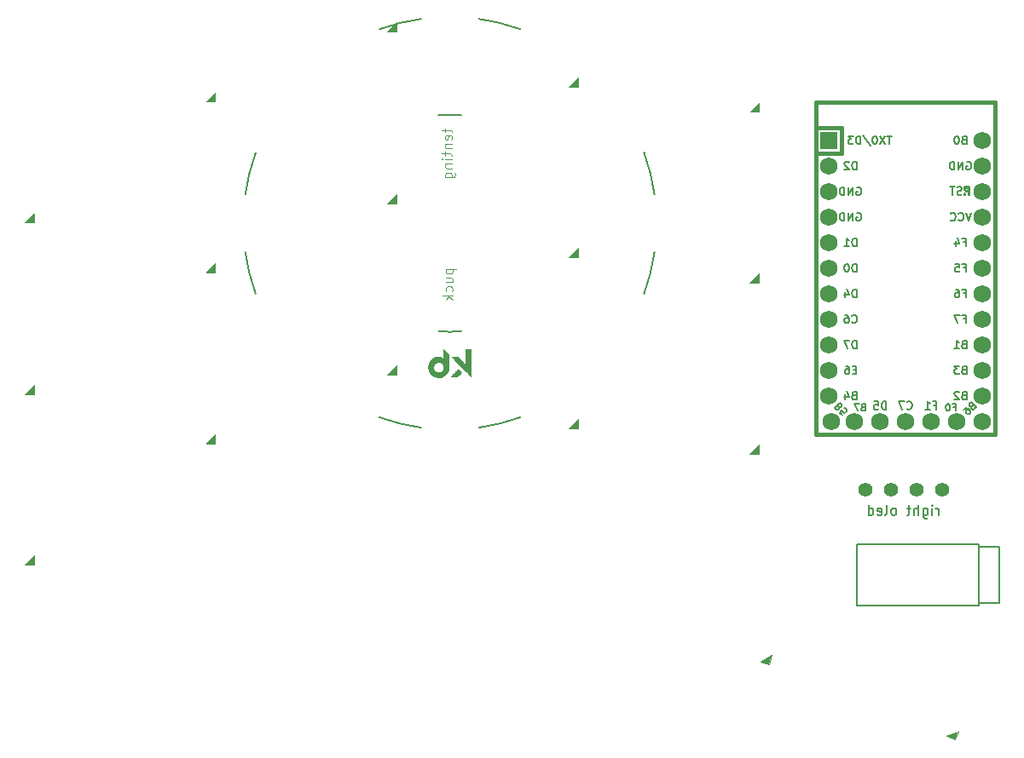
<source format=gbr>
%TF.GenerationSoftware,KiCad,Pcbnew,(6.0.0)*%
%TF.CreationDate,2022-05-06T00:59:20-07:00*%
%TF.ProjectId,half-swept,68616c66-2d73-4776-9570-742e6b696361,rev?*%
%TF.SameCoordinates,Original*%
%TF.FileFunction,Legend,Bot*%
%TF.FilePolarity,Positive*%
%FSLAX46Y46*%
G04 Gerber Fmt 4.6, Leading zero omitted, Abs format (unit mm)*
G04 Created by KiCad (PCBNEW (6.0.0)) date 2022-05-06 00:59:20*
%MOMM*%
%LPD*%
G01*
G04 APERTURE LIST*
%ADD10C,0.100000*%
%ADD11C,0.150000*%
%ADD12C,0.010000*%
%ADD13C,0.200000*%
%ADD14C,0.381000*%
%ADD15C,1.752600*%
%ADD16R,1.752600X1.752600*%
%ADD17C,1.397000*%
G04 APERTURE END LIST*
D10*
%TO.C,REF\u002A\u002A*%
X67351370Y-28557888D02*
X67351370Y-28938840D01*
X67018036Y-28700745D02*
X67875179Y-28700745D01*
X67970417Y-28748364D01*
X68018036Y-28843602D01*
X68018036Y-28938840D01*
X67970417Y-29653126D02*
X68018036Y-29557888D01*
X68018036Y-29367411D01*
X67970417Y-29272173D01*
X67875179Y-29224554D01*
X67494227Y-29224554D01*
X67398989Y-29272173D01*
X67351370Y-29367411D01*
X67351370Y-29557888D01*
X67398989Y-29653126D01*
X67494227Y-29700745D01*
X67589465Y-29700745D01*
X67684703Y-29224554D01*
X67351370Y-30129316D02*
X68018036Y-30129316D01*
X67446608Y-30129316D02*
X67398989Y-30176935D01*
X67351370Y-30272173D01*
X67351370Y-30415030D01*
X67398989Y-30510268D01*
X67494227Y-30557888D01*
X68018036Y-30557888D01*
X67351370Y-30891221D02*
X67351370Y-31272173D01*
X67018036Y-31034078D02*
X67875179Y-31034078D01*
X67970417Y-31081697D01*
X68018036Y-31176935D01*
X68018036Y-31272173D01*
X68018036Y-31605507D02*
X67351370Y-31605507D01*
X67018036Y-31605507D02*
X67065656Y-31557888D01*
X67113275Y-31605507D01*
X67065656Y-31653126D01*
X67018036Y-31605507D01*
X67113275Y-31605507D01*
X67351370Y-32081697D02*
X68018036Y-32081697D01*
X67446608Y-32081697D02*
X67398989Y-32129316D01*
X67351370Y-32224554D01*
X67351370Y-32367411D01*
X67398989Y-32462649D01*
X67494227Y-32510268D01*
X68018036Y-32510268D01*
X67351370Y-33415030D02*
X68160894Y-33415030D01*
X68256132Y-33367411D01*
X68303751Y-33319792D01*
X68351370Y-33224554D01*
X68351370Y-33081697D01*
X68303751Y-32986459D01*
X67970417Y-33415030D02*
X68018036Y-33319792D01*
X68018036Y-33129316D01*
X67970417Y-33034078D01*
X67922798Y-32986459D01*
X67827560Y-32938840D01*
X67541846Y-32938840D01*
X67446608Y-32986459D01*
X67398989Y-33034078D01*
X67351370Y-33129316D01*
X67351370Y-33319792D01*
X67398989Y-33415030D01*
X67414870Y-42511888D02*
X68414870Y-42511888D01*
X67462489Y-42511888D02*
X67414870Y-42607126D01*
X67414870Y-42797602D01*
X67462489Y-42892840D01*
X67510108Y-42940459D01*
X67605346Y-42988078D01*
X67891060Y-42988078D01*
X67986298Y-42940459D01*
X68033917Y-42892840D01*
X68081536Y-42797602D01*
X68081536Y-42607126D01*
X68033917Y-42511888D01*
X67414870Y-43845221D02*
X68081536Y-43845221D01*
X67414870Y-43416649D02*
X67938679Y-43416649D01*
X68033917Y-43464268D01*
X68081536Y-43559507D01*
X68081536Y-43702364D01*
X68033917Y-43797602D01*
X67986298Y-43845221D01*
X68033917Y-44749983D02*
X68081536Y-44654745D01*
X68081536Y-44464268D01*
X68033917Y-44369030D01*
X67986298Y-44321411D01*
X67891060Y-44273792D01*
X67605346Y-44273792D01*
X67510108Y-44321411D01*
X67462489Y-44369030D01*
X67414870Y-44464268D01*
X67414870Y-44654745D01*
X67462489Y-44749983D01*
X68081536Y-45178554D02*
X67081536Y-45178554D01*
X67700584Y-45273792D02*
X68081536Y-45559507D01*
X67414870Y-45559507D02*
X67795822Y-45178554D01*
D11*
%TO.C,U2*%
X118797321Y-42388995D02*
X119063988Y-42388995D01*
X119063988Y-42808042D02*
X119063988Y-42008042D01*
X118683035Y-42008042D01*
X117997321Y-42008042D02*
X118378274Y-42008042D01*
X118416369Y-42388995D01*
X118378274Y-42350899D01*
X118302083Y-42312804D01*
X118111607Y-42312804D01*
X118035416Y-42350899D01*
X117997321Y-42388995D01*
X117959226Y-42465185D01*
X117959226Y-42655661D01*
X117997321Y-42731852D01*
X118035416Y-42769947D01*
X118111607Y-42808042D01*
X118302083Y-42808042D01*
X118378274Y-42769947D01*
X118416369Y-42731852D01*
X118642988Y-35129947D02*
X118528702Y-35168042D01*
X118338226Y-35168042D01*
X118262035Y-35129947D01*
X118223940Y-35091852D01*
X118185845Y-35015661D01*
X118185845Y-34939471D01*
X118223940Y-34863280D01*
X118262035Y-34825185D01*
X118338226Y-34787090D01*
X118490607Y-34748995D01*
X118566797Y-34710899D01*
X118604893Y-34672804D01*
X118642988Y-34596614D01*
X118642988Y-34520423D01*
X118604893Y-34444233D01*
X118566797Y-34406138D01*
X118490607Y-34368042D01*
X118300131Y-34368042D01*
X118185845Y-34406138D01*
X117957274Y-34368042D02*
X117500131Y-34368042D01*
X117728702Y-35168042D02*
X117728702Y-34368042D01*
X117802988Y-56266138D02*
X118036321Y-56266138D01*
X118036321Y-56632804D02*
X118036321Y-55932804D01*
X117702988Y-55932804D01*
X117302988Y-55932804D02*
X117236321Y-55932804D01*
X117169655Y-55966138D01*
X117136321Y-55999471D01*
X117102988Y-56066138D01*
X117069655Y-56199471D01*
X117069655Y-56366138D01*
X117102988Y-56499471D01*
X117136321Y-56566138D01*
X117169655Y-56599471D01*
X117236321Y-56632804D01*
X117302988Y-56632804D01*
X117369655Y-56599471D01*
X117402988Y-56566138D01*
X117436321Y-56499471D01*
X117469655Y-56366138D01*
X117469655Y-56199471D01*
X117436321Y-56066138D01*
X117402988Y-55999471D01*
X117369655Y-55966138D01*
X117302988Y-55932804D01*
X118797321Y-47468995D02*
X119063988Y-47468995D01*
X119063988Y-47888042D02*
X119063988Y-47088042D01*
X118683035Y-47088042D01*
X118454464Y-47088042D02*
X117921131Y-47088042D01*
X118263988Y-47888042D01*
X108852988Y-56266138D02*
X108752988Y-56299471D01*
X108719655Y-56332804D01*
X108686321Y-56399471D01*
X108686321Y-56499471D01*
X108719655Y-56566138D01*
X108752988Y-56599471D01*
X108819655Y-56632804D01*
X109086321Y-56632804D01*
X109086321Y-55932804D01*
X108852988Y-55932804D01*
X108786321Y-55966138D01*
X108752988Y-55999471D01*
X108719655Y-56066138D01*
X108719655Y-56132804D01*
X108752988Y-56199471D01*
X108786321Y-56232804D01*
X108852988Y-56266138D01*
X109086321Y-56266138D01*
X108452988Y-55932804D02*
X107986321Y-55932804D01*
X108286321Y-56632804D01*
X119597321Y-36928042D02*
X119330655Y-37728042D01*
X119063988Y-36928042D01*
X118340178Y-37651852D02*
X118378274Y-37689947D01*
X118492559Y-37728042D01*
X118568750Y-37728042D01*
X118683035Y-37689947D01*
X118759226Y-37613757D01*
X118797321Y-37537566D01*
X118835416Y-37385185D01*
X118835416Y-37270899D01*
X118797321Y-37118518D01*
X118759226Y-37042328D01*
X118683035Y-36966138D01*
X118568750Y-36928042D01*
X118492559Y-36928042D01*
X118378274Y-36966138D01*
X118340178Y-37004233D01*
X117540178Y-37651852D02*
X117578274Y-37689947D01*
X117692559Y-37728042D01*
X117768750Y-37728042D01*
X117883035Y-37689947D01*
X117959226Y-37613757D01*
X117997321Y-37537566D01*
X118035416Y-37385185D01*
X118035416Y-37270899D01*
X117997321Y-37118518D01*
X117959226Y-37042328D01*
X117883035Y-36966138D01*
X117768750Y-36928042D01*
X117692559Y-36928042D01*
X117578274Y-36966138D01*
X117540178Y-37004233D01*
X118797321Y-44928995D02*
X119063988Y-44928995D01*
X119063988Y-45348042D02*
X119063988Y-44548042D01*
X118683035Y-44548042D01*
X118035416Y-44548042D02*
X118187797Y-44548042D01*
X118263988Y-44586138D01*
X118302083Y-44624233D01*
X118378274Y-44738518D01*
X118416369Y-44890899D01*
X118416369Y-45195661D01*
X118378274Y-45271852D01*
X118340178Y-45309947D01*
X118263988Y-45348042D01*
X118111607Y-45348042D01*
X118035416Y-45309947D01*
X117997321Y-45271852D01*
X117959226Y-45195661D01*
X117959226Y-45005185D01*
X117997321Y-44928995D01*
X118035416Y-44890899D01*
X118111607Y-44852804D01*
X118263988Y-44852804D01*
X118340178Y-44890899D01*
X118378274Y-44928995D01*
X118416369Y-45005185D01*
X111120131Y-56478042D02*
X111120131Y-55678042D01*
X110929655Y-55678042D01*
X110815369Y-55716138D01*
X110739178Y-55792328D01*
X110701083Y-55868518D01*
X110662988Y-56020899D01*
X110662988Y-56135185D01*
X110701083Y-56287566D01*
X110739178Y-56363757D01*
X110815369Y-56439947D01*
X110929655Y-56478042D01*
X111120131Y-56478042D01*
X109939178Y-55678042D02*
X110320131Y-55678042D01*
X110358226Y-56058995D01*
X110320131Y-56020899D01*
X110243940Y-55982804D01*
X110053464Y-55982804D01*
X109977274Y-56020899D01*
X109939178Y-56058995D01*
X109901083Y-56135185D01*
X109901083Y-56325661D01*
X109939178Y-56401852D01*
X109977274Y-56439947D01*
X110053464Y-56478042D01*
X110243940Y-56478042D01*
X110320131Y-56439947D01*
X110358226Y-56401852D01*
X108218178Y-34426138D02*
X108294369Y-34388042D01*
X108408655Y-34388042D01*
X108522940Y-34426138D01*
X108599131Y-34502328D01*
X108637226Y-34578518D01*
X108675321Y-34730899D01*
X108675321Y-34845185D01*
X108637226Y-34997566D01*
X108599131Y-35073757D01*
X108522940Y-35149947D01*
X108408655Y-35188042D01*
X108332464Y-35188042D01*
X108218178Y-35149947D01*
X108180083Y-35111852D01*
X108180083Y-34845185D01*
X108332464Y-34845185D01*
X107837226Y-35188042D02*
X107837226Y-34388042D01*
X107380083Y-35188042D01*
X107380083Y-34388042D01*
X106999131Y-35188042D02*
X106999131Y-34388042D01*
X106808655Y-34388042D01*
X106694369Y-34426138D01*
X106618178Y-34502328D01*
X106580083Y-34578518D01*
X106541988Y-34730899D01*
X106541988Y-34845185D01*
X106580083Y-34997566D01*
X106618178Y-35073757D01*
X106694369Y-35149947D01*
X106808655Y-35188042D01*
X106999131Y-35188042D01*
X108199131Y-40268042D02*
X108199131Y-39468042D01*
X108008655Y-39468042D01*
X107894369Y-39506138D01*
X107818178Y-39582328D01*
X107780083Y-39658518D01*
X107741988Y-39810899D01*
X107741988Y-39925185D01*
X107780083Y-40077566D01*
X107818178Y-40153757D01*
X107894369Y-40229947D01*
X108008655Y-40268042D01*
X108199131Y-40268042D01*
X106980083Y-40268042D02*
X107437226Y-40268042D01*
X107208655Y-40268042D02*
X107208655Y-39468042D01*
X107284845Y-39582328D01*
X107361035Y-39658518D01*
X107437226Y-39696614D01*
X118797321Y-39848995D02*
X119063988Y-39848995D01*
X119063988Y-40268042D02*
X119063988Y-39468042D01*
X118683035Y-39468042D01*
X118035416Y-39734709D02*
X118035416Y-40268042D01*
X118225893Y-39429947D02*
X118416369Y-40001376D01*
X117921131Y-40001376D01*
X108199131Y-50428042D02*
X108199131Y-49628042D01*
X108008655Y-49628042D01*
X107894369Y-49666138D01*
X107818178Y-49742328D01*
X107780083Y-49818518D01*
X107741988Y-49970899D01*
X107741988Y-50085185D01*
X107780083Y-50237566D01*
X107818178Y-50313757D01*
X107894369Y-50389947D01*
X108008655Y-50428042D01*
X108199131Y-50428042D01*
X107475321Y-49628042D02*
X106941988Y-49628042D01*
X107284845Y-50428042D01*
X113202988Y-56401852D02*
X113241083Y-56439947D01*
X113355369Y-56478042D01*
X113431559Y-56478042D01*
X113545845Y-56439947D01*
X113622035Y-56363757D01*
X113660131Y-56287566D01*
X113698226Y-56135185D01*
X113698226Y-56020899D01*
X113660131Y-55868518D01*
X113622035Y-55792328D01*
X113545845Y-55716138D01*
X113431559Y-55678042D01*
X113355369Y-55678042D01*
X113241083Y-55716138D01*
X113202988Y-55754233D01*
X112936321Y-55678042D02*
X112402988Y-55678042D01*
X112745845Y-56478042D01*
X119634646Y-56180435D02*
X119587506Y-56274716D01*
X119587506Y-56321857D01*
X119611076Y-56392567D01*
X119681787Y-56463278D01*
X119752497Y-56486848D01*
X119799638Y-56486848D01*
X119870348Y-56463278D01*
X120058910Y-56274716D01*
X119563935Y-55779741D01*
X119398944Y-55944733D01*
X119375374Y-56015444D01*
X119375374Y-56062584D01*
X119398944Y-56133295D01*
X119446084Y-56180435D01*
X119516795Y-56204005D01*
X119563935Y-56204005D01*
X119634646Y-56180435D01*
X119799638Y-56015444D01*
X118856829Y-56486848D02*
X118951110Y-56392567D01*
X119021820Y-56368997D01*
X119068961Y-56368997D01*
X119186812Y-56392567D01*
X119304663Y-56463278D01*
X119493225Y-56651840D01*
X119516795Y-56722550D01*
X119516795Y-56769691D01*
X119493225Y-56840402D01*
X119398944Y-56934682D01*
X119328233Y-56958253D01*
X119281093Y-56958253D01*
X119210382Y-56934682D01*
X119092531Y-56816831D01*
X119068961Y-56746121D01*
X119068961Y-56698980D01*
X119092531Y-56628270D01*
X119186812Y-56533989D01*
X119257522Y-56510418D01*
X119304663Y-56510418D01*
X119375374Y-56533989D01*
X106433952Y-56251146D02*
X106528233Y-56298286D01*
X106575374Y-56298286D01*
X106646084Y-56274716D01*
X106716795Y-56204005D01*
X106740365Y-56133295D01*
X106740365Y-56086154D01*
X106716795Y-56015444D01*
X106528233Y-55826882D01*
X106033258Y-56321857D01*
X106198250Y-56486848D01*
X106268961Y-56510418D01*
X106316101Y-56510418D01*
X106386812Y-56486848D01*
X106433952Y-56439708D01*
X106457522Y-56368997D01*
X106457522Y-56321857D01*
X106433952Y-56251146D01*
X106268961Y-56086154D01*
X106763935Y-57052534D02*
X106528233Y-56816831D01*
X106740365Y-56557559D01*
X106740365Y-56604699D01*
X106763935Y-56675410D01*
X106881787Y-56793261D01*
X106952497Y-56816831D01*
X106999638Y-56816831D01*
X107070348Y-56793261D01*
X107188199Y-56675410D01*
X107211770Y-56604699D01*
X107211770Y-56557559D01*
X107188199Y-56486848D01*
X107070348Y-56368997D01*
X106999638Y-56345427D01*
X106952497Y-56345427D01*
X118854464Y-55088995D02*
X118740178Y-55127090D01*
X118702083Y-55165185D01*
X118663988Y-55241376D01*
X118663988Y-55355661D01*
X118702083Y-55431852D01*
X118740178Y-55469947D01*
X118816369Y-55508042D01*
X119121131Y-55508042D01*
X119121131Y-54708042D01*
X118854464Y-54708042D01*
X118778274Y-54746138D01*
X118740178Y-54784233D01*
X118702083Y-54860423D01*
X118702083Y-54936614D01*
X118740178Y-55012804D01*
X118778274Y-55050899D01*
X118854464Y-55088995D01*
X119121131Y-55088995D01*
X118359226Y-54784233D02*
X118321131Y-54746138D01*
X118244940Y-54708042D01*
X118054464Y-54708042D01*
X117978274Y-54746138D01*
X117940178Y-54784233D01*
X117902083Y-54860423D01*
X117902083Y-54936614D01*
X117940178Y-55050899D01*
X118397321Y-55508042D01*
X117902083Y-55508042D01*
X108199131Y-42808042D02*
X108199131Y-42008042D01*
X108008655Y-42008042D01*
X107894369Y-42046138D01*
X107818178Y-42122328D01*
X107780083Y-42198518D01*
X107741988Y-42350899D01*
X107741988Y-42465185D01*
X107780083Y-42617566D01*
X107818178Y-42693757D01*
X107894369Y-42769947D01*
X108008655Y-42808042D01*
X108199131Y-42808042D01*
X107246750Y-42008042D02*
X107170559Y-42008042D01*
X107094369Y-42046138D01*
X107056274Y-42084233D01*
X107018178Y-42160423D01*
X106980083Y-42312804D01*
X106980083Y-42503280D01*
X107018178Y-42655661D01*
X107056274Y-42731852D01*
X107094369Y-42769947D01*
X107170559Y-42808042D01*
X107246750Y-42808042D01*
X107322940Y-42769947D01*
X107361035Y-42731852D01*
X107399131Y-42655661D01*
X107437226Y-42503280D01*
X107437226Y-42312804D01*
X107399131Y-42160423D01*
X107361035Y-42084233D01*
X107322940Y-42046138D01*
X107246750Y-42008042D01*
X108199131Y-32648042D02*
X108199131Y-31848042D01*
X108008655Y-31848042D01*
X107894369Y-31886138D01*
X107818178Y-31962328D01*
X107780083Y-32038518D01*
X107741988Y-32190899D01*
X107741988Y-32305185D01*
X107780083Y-32457566D01*
X107818178Y-32533757D01*
X107894369Y-32609947D01*
X108008655Y-32648042D01*
X108199131Y-32648042D01*
X107437226Y-31924233D02*
X107399131Y-31886138D01*
X107322940Y-31848042D01*
X107132464Y-31848042D01*
X107056274Y-31886138D01*
X107018178Y-31924233D01*
X106980083Y-32000423D01*
X106980083Y-32076614D01*
X107018178Y-32190899D01*
X107475321Y-32648042D01*
X106980083Y-32648042D01*
X107741988Y-47811852D02*
X107780083Y-47849947D01*
X107894369Y-47888042D01*
X107970559Y-47888042D01*
X108084845Y-47849947D01*
X108161035Y-47773757D01*
X108199131Y-47697566D01*
X108237226Y-47545185D01*
X108237226Y-47430899D01*
X108199131Y-47278518D01*
X108161035Y-47202328D01*
X108084845Y-47126138D01*
X107970559Y-47088042D01*
X107894369Y-47088042D01*
X107780083Y-47126138D01*
X107741988Y-47164233D01*
X107056274Y-47088042D02*
X107208655Y-47088042D01*
X107284845Y-47126138D01*
X107322940Y-47164233D01*
X107399131Y-47278518D01*
X107437226Y-47430899D01*
X107437226Y-47735661D01*
X107399131Y-47811852D01*
X107361035Y-47849947D01*
X107284845Y-47888042D01*
X107132464Y-47888042D01*
X107056274Y-47849947D01*
X107018178Y-47811852D01*
X106980083Y-47735661D01*
X106980083Y-47545185D01*
X107018178Y-47468995D01*
X107056274Y-47430899D01*
X107132464Y-47392804D01*
X107284845Y-47392804D01*
X107361035Y-47430899D01*
X107399131Y-47468995D01*
X107437226Y-47545185D01*
X118854464Y-52548995D02*
X118740178Y-52587090D01*
X118702083Y-52625185D01*
X118663988Y-52701376D01*
X118663988Y-52815661D01*
X118702083Y-52891852D01*
X118740178Y-52929947D01*
X118816369Y-52968042D01*
X119121131Y-52968042D01*
X119121131Y-52168042D01*
X118854464Y-52168042D01*
X118778274Y-52206138D01*
X118740178Y-52244233D01*
X118702083Y-52320423D01*
X118702083Y-52396614D01*
X118740178Y-52472804D01*
X118778274Y-52510899D01*
X118854464Y-52548995D01*
X119121131Y-52548995D01*
X118397321Y-52168042D02*
X117902083Y-52168042D01*
X118168750Y-52472804D01*
X118054464Y-52472804D01*
X117978274Y-52510899D01*
X117940178Y-52548995D01*
X117902083Y-52625185D01*
X117902083Y-52815661D01*
X117940178Y-52891852D01*
X117978274Y-52929947D01*
X118054464Y-52968042D01*
X118283035Y-52968042D01*
X118359226Y-52929947D01*
X118397321Y-52891852D01*
X111688259Y-29308042D02*
X111231116Y-29308042D01*
X111459687Y-30108042D02*
X111459687Y-29308042D01*
X111040640Y-29308042D02*
X110507306Y-30108042D01*
X110507306Y-29308042D02*
X111040640Y-30108042D01*
X110050163Y-29308042D02*
X109973973Y-29308042D01*
X109897783Y-29346138D01*
X109859687Y-29384233D01*
X109821592Y-29460423D01*
X109783497Y-29612804D01*
X109783497Y-29803280D01*
X109821592Y-29955661D01*
X109859687Y-30031852D01*
X109897783Y-30069947D01*
X109973973Y-30108042D01*
X110050163Y-30108042D01*
X110126354Y-30069947D01*
X110164449Y-30031852D01*
X110202544Y-29955661D01*
X110240640Y-29803280D01*
X110240640Y-29612804D01*
X110202544Y-29460423D01*
X110164449Y-29384233D01*
X110126354Y-29346138D01*
X110050163Y-29308042D01*
X108869211Y-29269947D02*
X109554925Y-30298518D01*
X108602544Y-30108042D02*
X108602544Y-29308042D01*
X108412068Y-29308042D01*
X108297783Y-29346138D01*
X108221592Y-29422328D01*
X108183497Y-29498518D01*
X108145402Y-29650899D01*
X108145402Y-29765185D01*
X108183497Y-29917566D01*
X108221592Y-29993757D01*
X108297783Y-30069947D01*
X108412068Y-30108042D01*
X108602544Y-30108042D01*
X107878735Y-29308042D02*
X107383497Y-29308042D01*
X107650163Y-29612804D01*
X107535878Y-29612804D01*
X107459687Y-29650899D01*
X107421592Y-29688995D01*
X107383497Y-29765185D01*
X107383497Y-29955661D01*
X107421592Y-30031852D01*
X107459687Y-30069947D01*
X107535878Y-30108042D01*
X107764449Y-30108042D01*
X107840640Y-30069947D01*
X107878735Y-30031852D01*
X108161035Y-52548995D02*
X107894369Y-52548995D01*
X107780083Y-52968042D02*
X108161035Y-52968042D01*
X108161035Y-52168042D01*
X107780083Y-52168042D01*
X107094369Y-52168042D02*
X107246750Y-52168042D01*
X107322940Y-52206138D01*
X107361035Y-52244233D01*
X107437226Y-52358518D01*
X107475321Y-52510899D01*
X107475321Y-52815661D01*
X107437226Y-52891852D01*
X107399131Y-52929947D01*
X107322940Y-52968042D01*
X107170559Y-52968042D01*
X107094369Y-52929947D01*
X107056274Y-52891852D01*
X107018178Y-52815661D01*
X107018178Y-52625185D01*
X107056274Y-52548995D01*
X107094369Y-52510899D01*
X107170559Y-52472804D01*
X107322940Y-52472804D01*
X107399131Y-52510899D01*
X107437226Y-52548995D01*
X107475321Y-52625185D01*
X118854464Y-29688995D02*
X118740178Y-29727090D01*
X118702083Y-29765185D01*
X118663988Y-29841376D01*
X118663988Y-29955661D01*
X118702083Y-30031852D01*
X118740178Y-30069947D01*
X118816369Y-30108042D01*
X119121131Y-30108042D01*
X119121131Y-29308042D01*
X118854464Y-29308042D01*
X118778274Y-29346138D01*
X118740178Y-29384233D01*
X118702083Y-29460423D01*
X118702083Y-29536614D01*
X118740178Y-29612804D01*
X118778274Y-29650899D01*
X118854464Y-29688995D01*
X119121131Y-29688995D01*
X118168750Y-29308042D02*
X118092559Y-29308042D01*
X118016369Y-29346138D01*
X117978274Y-29384233D01*
X117940178Y-29460423D01*
X117902083Y-29612804D01*
X117902083Y-29803280D01*
X117940178Y-29955661D01*
X117978274Y-30031852D01*
X118016369Y-30069947D01*
X118092559Y-30108042D01*
X118168750Y-30108042D01*
X118244940Y-30069947D01*
X118283035Y-30031852D01*
X118321131Y-29955661D01*
X118359226Y-29803280D01*
X118359226Y-29612804D01*
X118321131Y-29460423D01*
X118283035Y-29384233D01*
X118244940Y-29346138D01*
X118168750Y-29308042D01*
X119140178Y-31886138D02*
X119216369Y-31848042D01*
X119330655Y-31848042D01*
X119444940Y-31886138D01*
X119521131Y-31962328D01*
X119559226Y-32038518D01*
X119597321Y-32190899D01*
X119597321Y-32305185D01*
X119559226Y-32457566D01*
X119521131Y-32533757D01*
X119444940Y-32609947D01*
X119330655Y-32648042D01*
X119254464Y-32648042D01*
X119140178Y-32609947D01*
X119102083Y-32571852D01*
X119102083Y-32305185D01*
X119254464Y-32305185D01*
X118759226Y-32648042D02*
X118759226Y-31848042D01*
X118302083Y-32648042D01*
X118302083Y-31848042D01*
X117921131Y-32648042D02*
X117921131Y-31848042D01*
X117730655Y-31848042D01*
X117616369Y-31886138D01*
X117540178Y-31962328D01*
X117502083Y-32038518D01*
X117463988Y-32190899D01*
X117463988Y-32305185D01*
X117502083Y-32457566D01*
X117540178Y-32533757D01*
X117616369Y-32609947D01*
X117730655Y-32648042D01*
X117921131Y-32648042D01*
X118854464Y-50008995D02*
X118740178Y-50047090D01*
X118702083Y-50085185D01*
X118663988Y-50161376D01*
X118663988Y-50275661D01*
X118702083Y-50351852D01*
X118740178Y-50389947D01*
X118816369Y-50428042D01*
X119121131Y-50428042D01*
X119121131Y-49628042D01*
X118854464Y-49628042D01*
X118778274Y-49666138D01*
X118740178Y-49704233D01*
X118702083Y-49780423D01*
X118702083Y-49856614D01*
X118740178Y-49932804D01*
X118778274Y-49970899D01*
X118854464Y-50008995D01*
X119121131Y-50008995D01*
X117902083Y-50428042D02*
X118359226Y-50428042D01*
X118130655Y-50428042D02*
X118130655Y-49628042D01*
X118206845Y-49742328D01*
X118283035Y-49818518D01*
X118359226Y-49856614D01*
X115876321Y-56058995D02*
X116142988Y-56058995D01*
X116142988Y-56478042D02*
X116142988Y-55678042D01*
X115762035Y-55678042D01*
X115038226Y-56478042D02*
X115495369Y-56478042D01*
X115266797Y-56478042D02*
X115266797Y-55678042D01*
X115342988Y-55792328D01*
X115419178Y-55868518D01*
X115495369Y-55906614D01*
X107932464Y-55088995D02*
X107818178Y-55127090D01*
X107780083Y-55165185D01*
X107741988Y-55241376D01*
X107741988Y-55355661D01*
X107780083Y-55431852D01*
X107818178Y-55469947D01*
X107894369Y-55508042D01*
X108199131Y-55508042D01*
X108199131Y-54708042D01*
X107932464Y-54708042D01*
X107856274Y-54746138D01*
X107818178Y-54784233D01*
X107780083Y-54860423D01*
X107780083Y-54936614D01*
X107818178Y-55012804D01*
X107856274Y-55050899D01*
X107932464Y-55088995D01*
X108199131Y-55088995D01*
X107056274Y-54974709D02*
X107056274Y-55508042D01*
X107246750Y-54669947D02*
X107437226Y-55241376D01*
X106941988Y-55241376D01*
X108218178Y-36966138D02*
X108294369Y-36928042D01*
X108408655Y-36928042D01*
X108522940Y-36966138D01*
X108599131Y-37042328D01*
X108637226Y-37118518D01*
X108675321Y-37270899D01*
X108675321Y-37385185D01*
X108637226Y-37537566D01*
X108599131Y-37613757D01*
X108522940Y-37689947D01*
X108408655Y-37728042D01*
X108332464Y-37728042D01*
X108218178Y-37689947D01*
X108180083Y-37651852D01*
X108180083Y-37385185D01*
X108332464Y-37385185D01*
X107837226Y-37728042D02*
X107837226Y-36928042D01*
X107380083Y-37728042D01*
X107380083Y-36928042D01*
X106999131Y-37728042D02*
X106999131Y-36928042D01*
X106808655Y-36928042D01*
X106694369Y-36966138D01*
X106618178Y-37042328D01*
X106580083Y-37118518D01*
X106541988Y-37270899D01*
X106541988Y-37385185D01*
X106580083Y-37537566D01*
X106618178Y-37613757D01*
X106694369Y-37689947D01*
X106808655Y-37728042D01*
X106999131Y-37728042D01*
X108199131Y-45348042D02*
X108199131Y-44548042D01*
X108008655Y-44548042D01*
X107894369Y-44586138D01*
X107818178Y-44662328D01*
X107780083Y-44738518D01*
X107741988Y-44890899D01*
X107741988Y-45005185D01*
X107780083Y-45157566D01*
X107818178Y-45233757D01*
X107894369Y-45309947D01*
X108008655Y-45348042D01*
X108199131Y-45348042D01*
X107056274Y-44814709D02*
X107056274Y-45348042D01*
X107246750Y-44509947D02*
X107437226Y-45081376D01*
X106941988Y-45081376D01*
%TO.C,OL2*%
X116345847Y-66981766D02*
X116345847Y-66315100D01*
X116345847Y-66505576D02*
X116298228Y-66410338D01*
X116250609Y-66362719D01*
X116155371Y-66315100D01*
X116060133Y-66315100D01*
X115726799Y-66981766D02*
X115726799Y-66315100D01*
X115726799Y-65981766D02*
X115774418Y-66029386D01*
X115726799Y-66077005D01*
X115679180Y-66029386D01*
X115726799Y-65981766D01*
X115726799Y-66077005D01*
X114822037Y-66315100D02*
X114822037Y-67124624D01*
X114869657Y-67219862D01*
X114917276Y-67267481D01*
X115012514Y-67315100D01*
X115155371Y-67315100D01*
X115250609Y-67267481D01*
X114822037Y-66934147D02*
X114917276Y-66981766D01*
X115107752Y-66981766D01*
X115202990Y-66934147D01*
X115250609Y-66886528D01*
X115298228Y-66791290D01*
X115298228Y-66505576D01*
X115250609Y-66410338D01*
X115202990Y-66362719D01*
X115107752Y-66315100D01*
X114917276Y-66315100D01*
X114822037Y-66362719D01*
X114345847Y-66981766D02*
X114345847Y-65981766D01*
X113917276Y-66981766D02*
X113917276Y-66457957D01*
X113964895Y-66362719D01*
X114060133Y-66315100D01*
X114202990Y-66315100D01*
X114298228Y-66362719D01*
X114345847Y-66410338D01*
X113583942Y-66315100D02*
X113202990Y-66315100D01*
X113441085Y-65981766D02*
X113441085Y-66838909D01*
X113393466Y-66934147D01*
X113298228Y-66981766D01*
X113202990Y-66981766D01*
X111964895Y-66981766D02*
X112060133Y-66934147D01*
X112107752Y-66886528D01*
X112155371Y-66791290D01*
X112155371Y-66505576D01*
X112107752Y-66410338D01*
X112060133Y-66362719D01*
X111964895Y-66315100D01*
X111822037Y-66315100D01*
X111726799Y-66362719D01*
X111679180Y-66410338D01*
X111631561Y-66505576D01*
X111631561Y-66791290D01*
X111679180Y-66886528D01*
X111726799Y-66934147D01*
X111822037Y-66981766D01*
X111964895Y-66981766D01*
X111060133Y-66981766D02*
X111155371Y-66934147D01*
X111202990Y-66838909D01*
X111202990Y-65981766D01*
X110298228Y-66934147D02*
X110393466Y-66981766D01*
X110583942Y-66981766D01*
X110679180Y-66934147D01*
X110726799Y-66838909D01*
X110726799Y-66457957D01*
X110679180Y-66362719D01*
X110583942Y-66315100D01*
X110393466Y-66315100D01*
X110298228Y-66362719D01*
X110250609Y-66457957D01*
X110250609Y-66553195D01*
X110726799Y-66648433D01*
X109393466Y-66981766D02*
X109393466Y-65981766D01*
X109393466Y-66934147D02*
X109488704Y-66981766D01*
X109679180Y-66981766D01*
X109774418Y-66934147D01*
X109822037Y-66886528D01*
X109869657Y-66791290D01*
X109869657Y-66505576D01*
X109822037Y-66410338D01*
X109774418Y-66362719D01*
X109679180Y-66315100D01*
X109488704Y-66315100D01*
X109393466Y-66362719D01*
D12*
%TO.C,REF\u002A\u002A*%
X69404154Y-52097432D02*
X68601208Y-51294732D01*
X68601208Y-51294732D02*
X68312840Y-51297826D01*
X68312840Y-51297826D02*
X68024472Y-51300919D01*
X68024472Y-51300919D02*
X68871696Y-52161056D01*
X68871696Y-52161056D02*
X68989621Y-52280779D01*
X68989621Y-52280779D02*
X69104420Y-52397328D01*
X69104420Y-52397328D02*
X69214874Y-52509468D01*
X69214874Y-52509468D02*
X69319766Y-52615961D01*
X69319766Y-52615961D02*
X69417878Y-52715572D01*
X69417878Y-52715572D02*
X69507993Y-52807065D01*
X69507993Y-52807065D02*
X69588892Y-52889202D01*
X69588892Y-52889202D02*
X69659359Y-52960747D01*
X69659359Y-52960747D02*
X69718175Y-53020465D01*
X69718175Y-53020465D02*
X69764122Y-53067119D01*
X69764122Y-53067119D02*
X69795983Y-53099472D01*
X69795983Y-53099472D02*
X69809764Y-53113468D01*
X69809764Y-53113468D02*
X69900608Y-53205744D01*
X69900608Y-53205744D02*
X69900608Y-50463874D01*
X69900608Y-50463874D02*
X69404154Y-50463874D01*
X69404154Y-50463874D02*
X69404154Y-52097432D01*
X69404154Y-52097432D02*
X69404154Y-52097432D01*
G36*
X69900608Y-53205744D02*
G01*
X69809764Y-53113468D01*
X69795983Y-53099472D01*
X69764122Y-53067119D01*
X69718175Y-53020465D01*
X69659359Y-52960747D01*
X69588892Y-52889202D01*
X69507993Y-52807065D01*
X69417878Y-52715572D01*
X69319766Y-52615961D01*
X69214874Y-52509468D01*
X69104420Y-52397328D01*
X68989621Y-52280779D01*
X68871696Y-52161056D01*
X68024472Y-51300919D01*
X68312840Y-51297826D01*
X68601208Y-51294732D01*
X69404154Y-52097432D01*
X69404154Y-50463874D01*
X69900608Y-50463874D01*
X69900608Y-53205744D01*
G37*
X69900608Y-53205744D02*
X69809764Y-53113468D01*
X69795983Y-53099472D01*
X69764122Y-53067119D01*
X69718175Y-53020465D01*
X69659359Y-52960747D01*
X69588892Y-52889202D01*
X69507993Y-52807065D01*
X69417878Y-52715572D01*
X69319766Y-52615961D01*
X69214874Y-52509468D01*
X69104420Y-52397328D01*
X68989621Y-52280779D01*
X68871696Y-52161056D01*
X68024472Y-51300919D01*
X68312840Y-51297826D01*
X68601208Y-51294732D01*
X69404154Y-52097432D01*
X69404154Y-50463874D01*
X69900608Y-50463874D01*
X69900608Y-53205744D01*
X67199120Y-50963215D02*
X67198928Y-51067455D01*
X67198928Y-51067455D02*
X67198439Y-51164200D01*
X67198439Y-51164200D02*
X67197689Y-51251086D01*
X67197689Y-51251086D02*
X67196713Y-51325748D01*
X67196713Y-51325748D02*
X67195544Y-51385823D01*
X67195544Y-51385823D02*
X67194217Y-51428946D01*
X67194217Y-51428946D02*
X67192768Y-51452753D01*
X67192768Y-51452753D02*
X67191860Y-51456783D01*
X67191860Y-51456783D02*
X67179429Y-51450469D01*
X67179429Y-51450469D02*
X67154583Y-51434126D01*
X67154583Y-51434126D02*
X67130449Y-51416924D01*
X67130449Y-51416924D02*
X67015752Y-51346202D01*
X67015752Y-51346202D02*
X66893536Y-51297098D01*
X66893536Y-51297098D02*
X66763153Y-51269422D01*
X66763153Y-51269422D02*
X66623952Y-51262984D01*
X66623952Y-51262984D02*
X66606140Y-51263652D01*
X66606140Y-51263652D02*
X66516505Y-51270204D01*
X66516505Y-51270204D02*
X66440022Y-51282141D01*
X66440022Y-51282141D02*
X66368370Y-51301633D01*
X66368370Y-51301633D02*
X66293232Y-51330850D01*
X66293232Y-51330850D02*
X66223381Y-51363489D01*
X66223381Y-51363489D02*
X66095448Y-51438782D01*
X66095448Y-51438782D02*
X65982528Y-51530762D01*
X65982528Y-51530762D02*
X65885634Y-51637751D01*
X65885634Y-51637751D02*
X65805776Y-51758076D01*
X65805776Y-51758076D02*
X65743966Y-51890061D01*
X65743966Y-51890061D02*
X65701214Y-52032030D01*
X65701214Y-52032030D02*
X65678533Y-52182309D01*
X65678533Y-52182309D02*
X65674972Y-52271979D01*
X65674972Y-52271979D02*
X65685263Y-52424457D01*
X65685263Y-52424457D02*
X65716619Y-52569021D01*
X65716619Y-52569021D02*
X65769764Y-52708257D01*
X65769764Y-52708257D02*
X65827019Y-52815176D01*
X65827019Y-52815176D02*
X65912731Y-52935469D01*
X65912731Y-52935469D02*
X66014344Y-53040318D01*
X66014344Y-53040318D02*
X66129677Y-53128640D01*
X66129677Y-53128640D02*
X66256552Y-53199354D01*
X66256552Y-53199354D02*
X66392788Y-53251377D01*
X66392788Y-53251377D02*
X66536207Y-53283630D01*
X66536207Y-53283630D02*
X66684628Y-53295029D01*
X66684628Y-53295029D02*
X66784874Y-53290546D01*
X66784874Y-53290546D02*
X66929482Y-53265665D01*
X66929482Y-53265665D02*
X67070050Y-53219390D01*
X67070050Y-53219390D02*
X67203223Y-53153411D01*
X67203223Y-53153411D02*
X67325643Y-53069414D01*
X67325643Y-53069414D02*
X67433955Y-52969088D01*
X67433955Y-52969088D02*
X67442349Y-52959922D01*
X67442349Y-52959922D02*
X67523480Y-52855802D01*
X67523480Y-52855802D02*
X67593172Y-52737620D01*
X67593172Y-52737620D02*
X67648338Y-52611757D01*
X67648338Y-52611757D02*
X67685891Y-52484597D01*
X67685891Y-52484597D02*
X67694760Y-52438147D01*
X67694760Y-52438147D02*
X67697373Y-52409752D01*
X67697373Y-52409752D02*
X67699718Y-52359680D01*
X67699718Y-52359680D02*
X67701187Y-52309346D01*
X67701187Y-52309346D02*
X67204849Y-52309346D01*
X67204849Y-52309346D02*
X67194277Y-52406895D01*
X67194277Y-52406895D02*
X67163845Y-52500914D01*
X67163845Y-52500914D02*
X67135191Y-52555059D01*
X67135191Y-52555059D02*
X67068257Y-52643342D01*
X67068257Y-52643342D02*
X66988776Y-52714219D01*
X66988776Y-52714219D02*
X66899344Y-52766712D01*
X66899344Y-52766712D02*
X66802558Y-52799844D01*
X66802558Y-52799844D02*
X66701017Y-52812638D01*
X66701017Y-52812638D02*
X66597316Y-52804117D01*
X66597316Y-52804117D02*
X66524489Y-52784829D01*
X66524489Y-52784829D02*
X66481492Y-52768743D01*
X66481492Y-52768743D02*
X66440587Y-52751383D01*
X66440587Y-52751383D02*
X66424420Y-52743607D01*
X66424420Y-52743607D02*
X66379134Y-52712603D01*
X66379134Y-52712603D02*
X66329811Y-52666409D01*
X66329811Y-52666409D02*
X66281754Y-52610953D01*
X66281754Y-52610953D02*
X66240269Y-52552159D01*
X66240269Y-52552159D02*
X66218781Y-52513832D01*
X66218781Y-52513832D02*
X66198600Y-52469586D01*
X66198600Y-52469586D02*
X66185955Y-52430978D01*
X66185955Y-52430978D02*
X66178598Y-52388686D01*
X66178598Y-52388686D02*
X66174280Y-52333383D01*
X66174280Y-52333383D02*
X66173998Y-52328093D01*
X66173998Y-52328093D02*
X66177366Y-52220848D01*
X66177366Y-52220848D02*
X66200222Y-52122956D01*
X66200222Y-52122956D02*
X66243874Y-52029533D01*
X66243874Y-52029533D02*
X66261644Y-52001004D01*
X66261644Y-52001004D02*
X66326186Y-51923100D01*
X66326186Y-51923100D02*
X66405003Y-51860930D01*
X66405003Y-51860930D02*
X66494639Y-51815434D01*
X66494639Y-51815434D02*
X66591638Y-51787556D01*
X66591638Y-51787556D02*
X66692542Y-51778236D01*
X66692542Y-51778236D02*
X66793894Y-51788418D01*
X66793894Y-51788418D02*
X66892240Y-51819043D01*
X66892240Y-51819043D02*
X66906243Y-51825329D01*
X66906243Y-51825329D02*
X66994195Y-51878278D01*
X66994195Y-51878278D02*
X67068185Y-51946492D01*
X67068185Y-51946492D02*
X67127228Y-52026838D01*
X67127228Y-52026838D02*
X67170341Y-52116185D01*
X67170341Y-52116185D02*
X67196543Y-52211398D01*
X67196543Y-52211398D02*
X67204849Y-52309346D01*
X67204849Y-52309346D02*
X67701187Y-52309346D01*
X67701187Y-52309346D02*
X67701771Y-52289343D01*
X67701771Y-52289343D02*
X67703510Y-52200154D01*
X67703510Y-52200154D02*
X67704913Y-52093525D01*
X67704913Y-52093525D02*
X67705957Y-51970869D01*
X67705957Y-51970869D02*
X67706621Y-51833597D01*
X67706621Y-51833597D02*
X67706882Y-51683123D01*
X67706882Y-51683123D02*
X67706885Y-51671387D01*
X67706885Y-51671387D02*
X67706972Y-50979673D01*
X67706972Y-50979673D02*
X67199268Y-50469647D01*
X67199268Y-50469647D02*
X67199120Y-50963215D01*
X67199120Y-50963215D02*
X67199120Y-50963215D01*
G36*
X67697373Y-52409752D02*
G01*
X67694760Y-52438147D01*
X67685891Y-52484597D01*
X67648338Y-52611757D01*
X67593172Y-52737620D01*
X67523480Y-52855802D01*
X67442349Y-52959922D01*
X67433955Y-52969088D01*
X67325643Y-53069414D01*
X67203223Y-53153411D01*
X67070050Y-53219390D01*
X66929482Y-53265665D01*
X66784874Y-53290546D01*
X66684628Y-53295029D01*
X66536207Y-53283630D01*
X66392788Y-53251377D01*
X66256552Y-53199354D01*
X66129677Y-53128640D01*
X66014344Y-53040318D01*
X65912731Y-52935469D01*
X65827019Y-52815176D01*
X65769764Y-52708257D01*
X65716619Y-52569021D01*
X65685263Y-52424457D01*
X65678759Y-52328093D01*
X66173998Y-52328093D01*
X66174280Y-52333383D01*
X66178598Y-52388686D01*
X66185955Y-52430978D01*
X66198600Y-52469586D01*
X66218781Y-52513832D01*
X66240269Y-52552159D01*
X66281754Y-52610953D01*
X66329811Y-52666409D01*
X66379134Y-52712603D01*
X66424420Y-52743607D01*
X66440587Y-52751383D01*
X66481492Y-52768743D01*
X66524489Y-52784829D01*
X66597316Y-52804117D01*
X66701017Y-52812638D01*
X66802558Y-52799844D01*
X66899344Y-52766712D01*
X66988776Y-52714219D01*
X67068257Y-52643342D01*
X67135191Y-52555059D01*
X67163845Y-52500914D01*
X67194277Y-52406895D01*
X67204849Y-52309346D01*
X67196543Y-52211398D01*
X67170341Y-52116185D01*
X67127228Y-52026838D01*
X67068185Y-51946492D01*
X66994195Y-51878278D01*
X66906243Y-51825329D01*
X66892240Y-51819043D01*
X66793894Y-51788418D01*
X66692542Y-51778236D01*
X66591638Y-51787556D01*
X66494639Y-51815434D01*
X66405003Y-51860930D01*
X66326186Y-51923100D01*
X66261644Y-52001004D01*
X66243874Y-52029533D01*
X66200222Y-52122956D01*
X66177366Y-52220848D01*
X66173998Y-52328093D01*
X65678759Y-52328093D01*
X65674972Y-52271979D01*
X65678533Y-52182309D01*
X65701214Y-52032030D01*
X65743966Y-51890061D01*
X65805776Y-51758076D01*
X65885634Y-51637751D01*
X65982528Y-51530762D01*
X66095448Y-51438782D01*
X66223381Y-51363489D01*
X66293232Y-51330850D01*
X66368370Y-51301633D01*
X66440022Y-51282141D01*
X66516505Y-51270204D01*
X66606140Y-51263652D01*
X66623952Y-51262984D01*
X66763153Y-51269422D01*
X66893536Y-51297098D01*
X67015752Y-51346202D01*
X67130449Y-51416924D01*
X67154583Y-51434126D01*
X67179429Y-51450469D01*
X67191860Y-51456783D01*
X67192768Y-51452753D01*
X67194217Y-51428946D01*
X67195544Y-51385823D01*
X67196713Y-51325748D01*
X67197689Y-51251086D01*
X67198439Y-51164200D01*
X67198928Y-51067455D01*
X67199120Y-50963215D01*
X67199268Y-50469647D01*
X67706972Y-50979673D01*
X67706885Y-51671387D01*
X67706882Y-51683123D01*
X67706621Y-51833597D01*
X67705957Y-51970869D01*
X67704913Y-52093525D01*
X67703510Y-52200154D01*
X67701771Y-52289343D01*
X67701187Y-52309346D01*
X67699718Y-52359680D01*
X67697373Y-52409752D01*
G37*
X67697373Y-52409752D02*
X67694760Y-52438147D01*
X67685891Y-52484597D01*
X67648338Y-52611757D01*
X67593172Y-52737620D01*
X67523480Y-52855802D01*
X67442349Y-52959922D01*
X67433955Y-52969088D01*
X67325643Y-53069414D01*
X67203223Y-53153411D01*
X67070050Y-53219390D01*
X66929482Y-53265665D01*
X66784874Y-53290546D01*
X66684628Y-53295029D01*
X66536207Y-53283630D01*
X66392788Y-53251377D01*
X66256552Y-53199354D01*
X66129677Y-53128640D01*
X66014344Y-53040318D01*
X65912731Y-52935469D01*
X65827019Y-52815176D01*
X65769764Y-52708257D01*
X65716619Y-52569021D01*
X65685263Y-52424457D01*
X65678759Y-52328093D01*
X66173998Y-52328093D01*
X66174280Y-52333383D01*
X66178598Y-52388686D01*
X66185955Y-52430978D01*
X66198600Y-52469586D01*
X66218781Y-52513832D01*
X66240269Y-52552159D01*
X66281754Y-52610953D01*
X66329811Y-52666409D01*
X66379134Y-52712603D01*
X66424420Y-52743607D01*
X66440587Y-52751383D01*
X66481492Y-52768743D01*
X66524489Y-52784829D01*
X66597316Y-52804117D01*
X66701017Y-52812638D01*
X66802558Y-52799844D01*
X66899344Y-52766712D01*
X66988776Y-52714219D01*
X67068257Y-52643342D01*
X67135191Y-52555059D01*
X67163845Y-52500914D01*
X67194277Y-52406895D01*
X67204849Y-52309346D01*
X67196543Y-52211398D01*
X67170341Y-52116185D01*
X67127228Y-52026838D01*
X67068185Y-51946492D01*
X66994195Y-51878278D01*
X66906243Y-51825329D01*
X66892240Y-51819043D01*
X66793894Y-51788418D01*
X66692542Y-51778236D01*
X66591638Y-51787556D01*
X66494639Y-51815434D01*
X66405003Y-51860930D01*
X66326186Y-51923100D01*
X66261644Y-52001004D01*
X66243874Y-52029533D01*
X66200222Y-52122956D01*
X66177366Y-52220848D01*
X66173998Y-52328093D01*
X65678759Y-52328093D01*
X65674972Y-52271979D01*
X65678533Y-52182309D01*
X65701214Y-52032030D01*
X65743966Y-51890061D01*
X65805776Y-51758076D01*
X65885634Y-51637751D01*
X65982528Y-51530762D01*
X66095448Y-51438782D01*
X66223381Y-51363489D01*
X66293232Y-51330850D01*
X66368370Y-51301633D01*
X66440022Y-51282141D01*
X66516505Y-51270204D01*
X66606140Y-51263652D01*
X66623952Y-51262984D01*
X66763153Y-51269422D01*
X66893536Y-51297098D01*
X67015752Y-51346202D01*
X67130449Y-51416924D01*
X67154583Y-51434126D01*
X67179429Y-51450469D01*
X67191860Y-51456783D01*
X67192768Y-51452753D01*
X67194217Y-51428946D01*
X67195544Y-51385823D01*
X67196713Y-51325748D01*
X67197689Y-51251086D01*
X67198439Y-51164200D01*
X67198928Y-51067455D01*
X67199120Y-50963215D01*
X67199268Y-50469647D01*
X67706972Y-50979673D01*
X67706885Y-51671387D01*
X67706882Y-51683123D01*
X67706621Y-51833597D01*
X67705957Y-51970869D01*
X67704913Y-52093525D01*
X67703510Y-52200154D01*
X67701771Y-52289343D01*
X67701187Y-52309346D01*
X67699718Y-52359680D01*
X67697373Y-52409752D01*
X68597374Y-52503963D02*
X68574671Y-52526826D01*
X68574671Y-52526826D02*
X68540192Y-52562357D01*
X68540192Y-52562357D02*
X68495923Y-52608449D01*
X68495923Y-52608449D02*
X68443856Y-52662995D01*
X68443856Y-52662995D02*
X68385977Y-52723889D01*
X68385977Y-52723889D02*
X68324278Y-52789024D01*
X68324278Y-52789024D02*
X68260745Y-52856294D01*
X68260745Y-52856294D02*
X68197370Y-52923592D01*
X68197370Y-52923592D02*
X68136140Y-52988811D01*
X68136140Y-52988811D02*
X68079044Y-53049846D01*
X68079044Y-53049846D02*
X68028072Y-53104589D01*
X68028072Y-53104589D02*
X67985212Y-53150934D01*
X67985212Y-53150934D02*
X67952454Y-53186774D01*
X67952454Y-53186774D02*
X67931786Y-53210003D01*
X67931786Y-53210003D02*
X67929493Y-53212694D01*
X67929493Y-53212694D02*
X67901192Y-53246329D01*
X67901192Y-53246329D02*
X68521206Y-53246329D01*
X68521206Y-53246329D02*
X68694556Y-53070260D01*
X68694556Y-53070260D02*
X68748298Y-53015517D01*
X68748298Y-53015517D02*
X68798581Y-52964004D01*
X68798581Y-52964004D02*
X68842397Y-52918824D01*
X68842397Y-52918824D02*
X68876743Y-52883078D01*
X68876743Y-52883078D02*
X68898611Y-52859869D01*
X68898611Y-52859869D02*
X68901788Y-52856377D01*
X68901788Y-52856377D02*
X68935670Y-52818562D01*
X68935670Y-52818562D02*
X68774635Y-52657218D01*
X68774635Y-52657218D02*
X68724922Y-52607763D01*
X68724922Y-52607763D02*
X68680698Y-52564438D01*
X68680698Y-52564438D02*
X68644551Y-52529725D01*
X68644551Y-52529725D02*
X68619069Y-52506105D01*
X68619069Y-52506105D02*
X68606840Y-52496057D01*
X68606840Y-52496057D02*
X68606309Y-52495874D01*
X68606309Y-52495874D02*
X68597374Y-52503963D01*
X68597374Y-52503963D02*
X68597374Y-52503963D01*
G36*
X68606840Y-52496057D02*
G01*
X68619069Y-52506105D01*
X68644551Y-52529725D01*
X68680698Y-52564438D01*
X68724922Y-52607763D01*
X68774635Y-52657218D01*
X68935670Y-52818562D01*
X68901788Y-52856377D01*
X68898611Y-52859869D01*
X68876743Y-52883078D01*
X68842397Y-52918824D01*
X68798581Y-52964004D01*
X68748298Y-53015517D01*
X68694556Y-53070260D01*
X68521206Y-53246329D01*
X67901192Y-53246329D01*
X67929493Y-53212694D01*
X67931786Y-53210003D01*
X67952454Y-53186774D01*
X67985212Y-53150934D01*
X68028072Y-53104589D01*
X68079044Y-53049846D01*
X68136140Y-52988811D01*
X68197370Y-52923592D01*
X68260745Y-52856294D01*
X68324278Y-52789024D01*
X68385977Y-52723889D01*
X68443856Y-52662995D01*
X68495923Y-52608449D01*
X68540192Y-52562357D01*
X68574671Y-52526826D01*
X68597374Y-52503963D01*
X68606309Y-52495874D01*
X68606840Y-52496057D01*
G37*
X68606840Y-52496057D02*
X68619069Y-52506105D01*
X68644551Y-52529725D01*
X68680698Y-52564438D01*
X68724922Y-52607763D01*
X68774635Y-52657218D01*
X68935670Y-52818562D01*
X68901788Y-52856377D01*
X68898611Y-52859869D01*
X68876743Y-52883078D01*
X68842397Y-52918824D01*
X68798581Y-52964004D01*
X68748298Y-53015517D01*
X68694556Y-53070260D01*
X68521206Y-53246329D01*
X67901192Y-53246329D01*
X67929493Y-53212694D01*
X67931786Y-53210003D01*
X67952454Y-53186774D01*
X67985212Y-53150934D01*
X68028072Y-53104589D01*
X68079044Y-53049846D01*
X68136140Y-52988811D01*
X68197370Y-52923592D01*
X68260745Y-52856294D01*
X68324278Y-52789024D01*
X68385977Y-52723889D01*
X68443856Y-52662995D01*
X68495923Y-52608449D01*
X68540192Y-52562357D01*
X68574671Y-52526826D01*
X68597374Y-52503963D01*
X68606309Y-52495874D01*
X68606840Y-52496057D01*
D13*
X64962156Y-17659388D02*
G75*
G03*
X60811610Y-18693253I2857512J-20320050D01*
G01*
X66691271Y-48715252D02*
G75*
G03*
X67819656Y-48774388I1128379J10735785D01*
G01*
X74827705Y-18693254D02*
G75*
G03*
X70677156Y-17659388I-7008041J-19286105D01*
G01*
X67819656Y-48774388D02*
G75*
G03*
X68948041Y-48715252I6J10794921D01*
G01*
X88139656Y-35121888D02*
G75*
G03*
X87105790Y-30971340I-20319983J-2857496D01*
G01*
X68948041Y-27243524D02*
G75*
G03*
X67819656Y-27184388I-1128379J-10735785D01*
G01*
X70677156Y-58299388D02*
G75*
G03*
X74827701Y-57265523I-2857506J20320019D01*
G01*
X60811611Y-57265523D02*
G75*
G03*
X64962156Y-58299388I7008051J19286154D01*
G01*
X48533520Y-30971344D02*
G75*
G03*
X47499656Y-35121888I19286252J-7008071D01*
G01*
X47499656Y-40836888D02*
G75*
G03*
X48533521Y-44987434I20320050J2857512D01*
G01*
X87105790Y-44987436D02*
G75*
G03*
X88139656Y-40836888I-19286117J7008044D01*
G01*
X67819656Y-27184388D02*
G75*
G03*
X66691271Y-27243524I-6J-10794921D01*
G01*
D10*
%TO.C,D12*%
X99732524Y-80925449D02*
X98630254Y-81561845D01*
X98630254Y-81561845D02*
X99499587Y-81794782D01*
X99499587Y-81794782D02*
X99732524Y-80925449D01*
G36*
X99499587Y-81794782D02*
G01*
X98630254Y-81561845D01*
X99732524Y-80925449D01*
X99499587Y-81794782D01*
G37*
X99499587Y-81794782D02*
X98630254Y-81561845D01*
X99732524Y-80925449D01*
X99499587Y-81794782D01*
%TO.C,D16*%
X44519658Y-24999387D02*
X43619658Y-25899387D01*
X43619658Y-25899387D02*
X44519658Y-25899387D01*
X44519658Y-25899387D02*
X44519658Y-24999387D01*
G36*
X44519658Y-25899387D02*
G01*
X43619658Y-25899387D01*
X44519658Y-24999387D01*
X44519658Y-25899387D01*
G37*
X44519658Y-25899387D02*
X43619658Y-25899387D01*
X44519658Y-24999387D01*
X44519658Y-25899387D01*
%TO.C,D8*%
X62519654Y-52133387D02*
X61619654Y-53033387D01*
X61619654Y-53033387D02*
X62519654Y-53033387D01*
X62519654Y-53033387D02*
X62519654Y-52133387D01*
G36*
X62519654Y-53033387D02*
G01*
X61619654Y-53033387D01*
X62519654Y-52133387D01*
X62519654Y-53033387D01*
G37*
X62519654Y-53033387D02*
X61619654Y-53033387D01*
X62519654Y-52133387D01*
X62519654Y-53033387D01*
%TO.C,D2*%
X62519655Y-17999388D02*
X61619655Y-18899388D01*
X61619655Y-18899388D02*
X62519655Y-18899388D01*
X62519655Y-18899388D02*
X62519655Y-17999388D01*
G36*
X62519655Y-18899388D02*
G01*
X61619655Y-18899388D01*
X62519655Y-17999388D01*
X62519655Y-18899388D01*
G37*
X62519655Y-18899388D02*
X61619655Y-18899388D01*
X62519655Y-17999388D01*
X62519655Y-18899388D01*
%TO.C,D15*%
X118353445Y-88478810D02*
X117157412Y-88914131D01*
X117157412Y-88914131D02*
X117973089Y-89294487D01*
X117973089Y-89294487D02*
X118353445Y-88478810D01*
G36*
X117973089Y-89294487D02*
G01*
X117157412Y-88914131D01*
X118353445Y-88478810D01*
X117973089Y-89294487D01*
G37*
X117973089Y-89294487D02*
X117157412Y-88914131D01*
X118353445Y-88478810D01*
X117973089Y-89294487D01*
%TO.C,D11*%
X80519656Y-57467389D02*
X79619656Y-58367389D01*
X79619656Y-58367389D02*
X80519656Y-58367389D01*
X80519656Y-58367389D02*
X80519656Y-57467389D01*
G36*
X80519656Y-58367389D02*
G01*
X79619656Y-58367389D01*
X80519656Y-57467389D01*
X80519656Y-58367389D01*
G37*
X80519656Y-58367389D02*
X79619656Y-58367389D01*
X80519656Y-57467389D01*
X80519656Y-58367389D01*
D11*
%TO.C,U2*%
X119314290Y-34365168D02*
X119314290Y-35165168D01*
X119314290Y-35165168D02*
X119414290Y-35165168D01*
X119414290Y-35165168D02*
X119414290Y-34365168D01*
X119414290Y-34365168D02*
X119314290Y-34365168D01*
G36*
X119414290Y-35165168D02*
G01*
X119314290Y-35165168D01*
X119314290Y-34365168D01*
X119414290Y-34365168D01*
X119414290Y-35165168D01*
G37*
X119414290Y-35165168D02*
X119314290Y-35165168D01*
X119314290Y-34365168D01*
X119414290Y-34365168D01*
X119414290Y-35165168D01*
X118914290Y-34965168D02*
X118914290Y-35165168D01*
X118914290Y-35165168D02*
X119014290Y-35165168D01*
X119014290Y-35165168D02*
X119014290Y-34965168D01*
X119014290Y-34965168D02*
X118914290Y-34965168D01*
G36*
X119014290Y-35165168D02*
G01*
X118914290Y-35165168D01*
X118914290Y-34965168D01*
X119014290Y-34965168D01*
X119014290Y-35165168D01*
G37*
X119014290Y-35165168D02*
X118914290Y-35165168D01*
X118914290Y-34965168D01*
X119014290Y-34965168D01*
X119014290Y-35165168D01*
X119114290Y-34765168D02*
X119114290Y-34865168D01*
X119114290Y-34865168D02*
X119214290Y-34865168D01*
X119214290Y-34865168D02*
X119214290Y-34765168D01*
X119214290Y-34765168D02*
X119114290Y-34765168D01*
G36*
X119214290Y-34865168D02*
G01*
X119114290Y-34865168D01*
X119114290Y-34765168D01*
X119214290Y-34765168D01*
X119214290Y-34865168D01*
G37*
X119214290Y-34865168D02*
X119114290Y-34865168D01*
X119114290Y-34765168D01*
X119214290Y-34765168D01*
X119214290Y-34865168D01*
X118914290Y-34365168D02*
X118914290Y-34665168D01*
X118914290Y-34665168D02*
X119014290Y-34665168D01*
X119014290Y-34665168D02*
X119014290Y-34365168D01*
X119014290Y-34365168D02*
X118914290Y-34365168D01*
G36*
X119014290Y-34665168D02*
G01*
X118914290Y-34665168D01*
X118914290Y-34365168D01*
X119014290Y-34365168D01*
X119014290Y-34665168D01*
G37*
X119014290Y-34665168D02*
X118914290Y-34665168D01*
X118914290Y-34365168D01*
X119014290Y-34365168D01*
X119014290Y-34665168D01*
X118914290Y-34365168D02*
X118914290Y-34465168D01*
X118914290Y-34465168D02*
X119414290Y-34465168D01*
X119414290Y-34465168D02*
X119414290Y-34365168D01*
X119414290Y-34365168D02*
X118914290Y-34365168D01*
G36*
X119414290Y-34465168D02*
G01*
X118914290Y-34465168D01*
X118914290Y-34365168D01*
X119414290Y-34365168D01*
X119414290Y-34465168D01*
G37*
X119414290Y-34465168D02*
X118914290Y-34465168D01*
X118914290Y-34365168D01*
X119414290Y-34365168D01*
X119414290Y-34465168D01*
D14*
X106719655Y-28476138D02*
X106719655Y-31016138D01*
X121959655Y-58956138D02*
X121959655Y-25936138D01*
X121959655Y-25936138D02*
X104179655Y-25936138D01*
X106719655Y-28476138D02*
X104179655Y-28476138D01*
X106719655Y-31016138D02*
X104179655Y-31016138D01*
X104179655Y-58956138D02*
X121959655Y-58956138D01*
X104179655Y-25936138D02*
X104179655Y-58956138D01*
D10*
%TO.C,D14*%
X80519658Y-40449390D02*
X79619658Y-41349390D01*
X79619658Y-41349390D02*
X80519658Y-41349390D01*
X80519658Y-41349390D02*
X80519658Y-40449390D01*
G36*
X80519658Y-41349390D02*
G01*
X79619658Y-41349390D01*
X80519658Y-40449390D01*
X80519658Y-41349390D01*
G37*
X80519658Y-41349390D02*
X79619658Y-41349390D01*
X80519658Y-40449390D01*
X80519658Y-41349390D01*
%TO.C,D10*%
X44519655Y-58991386D02*
X43619655Y-59891386D01*
X43619655Y-59891386D02*
X44519655Y-59891386D01*
X44519655Y-59891386D02*
X44519655Y-58991386D01*
G36*
X44519655Y-59891386D02*
G01*
X43619655Y-59891386D01*
X44519655Y-58991386D01*
X44519655Y-59891386D01*
G37*
X44519655Y-59891386D02*
X43619655Y-59891386D01*
X44519655Y-58991386D01*
X44519655Y-59891386D01*
%TO.C,D1*%
X26519655Y-36999388D02*
X25619655Y-37899388D01*
X25619655Y-37899388D02*
X26519655Y-37899388D01*
X26519655Y-37899388D02*
X26519655Y-36999388D01*
G36*
X26519655Y-37899388D02*
G01*
X25619655Y-37899388D01*
X26519655Y-36999388D01*
X26519655Y-37899388D01*
G37*
X26519655Y-37899388D02*
X25619655Y-37899388D01*
X26519655Y-36999388D01*
X26519655Y-37899388D01*
%TO.C,D9*%
X98499658Y-60007388D02*
X97599658Y-60907388D01*
X97599658Y-60907388D02*
X98499658Y-60907388D01*
X98499658Y-60907388D02*
X98499658Y-60007388D01*
G36*
X98499658Y-60907388D02*
G01*
X97599658Y-60907388D01*
X98499658Y-60007388D01*
X98499658Y-60907388D01*
G37*
X98499658Y-60907388D02*
X97599658Y-60907388D01*
X98499658Y-60007388D01*
X98499658Y-60907388D01*
%TO.C,D17*%
X80519655Y-23499387D02*
X79619655Y-24399387D01*
X79619655Y-24399387D02*
X80519655Y-24399387D01*
X80519655Y-24399387D02*
X80519655Y-23499387D01*
G36*
X80519655Y-24399387D02*
G01*
X79619655Y-24399387D01*
X80519655Y-23499387D01*
X80519655Y-24399387D01*
G37*
X80519655Y-24399387D02*
X79619655Y-24399387D01*
X80519655Y-23499387D01*
X80519655Y-24399387D01*
%TO.C,D4*%
X26519653Y-54049388D02*
X25619653Y-54949388D01*
X25619653Y-54949388D02*
X26519653Y-54949388D01*
X26519653Y-54949388D02*
X26519653Y-54049388D01*
G36*
X26519653Y-54949388D02*
G01*
X25619653Y-54949388D01*
X26519653Y-54049388D01*
X26519653Y-54949388D01*
G37*
X26519653Y-54949388D02*
X25619653Y-54949388D01*
X26519653Y-54049388D01*
X26519653Y-54949388D01*
%TO.C,D3*%
X98519655Y-25999388D02*
X97619655Y-26899388D01*
X97619655Y-26899388D02*
X98519655Y-26899388D01*
X98519655Y-26899388D02*
X98519655Y-25999388D01*
G36*
X98519655Y-26899388D02*
G01*
X97619655Y-26899388D01*
X98519655Y-25999388D01*
X98519655Y-26899388D01*
G37*
X98519655Y-26899388D02*
X97619655Y-26899388D01*
X98519655Y-25999388D01*
X98519655Y-26899388D01*
%TO.C,D7*%
X26519656Y-70999388D02*
X25619656Y-71899388D01*
X25619656Y-71899388D02*
X26519656Y-71899388D01*
X26519656Y-71899388D02*
X26519656Y-70999388D01*
G36*
X26519656Y-71899388D02*
G01*
X25619656Y-71899388D01*
X26519656Y-70999388D01*
X26519656Y-71899388D01*
G37*
X26519656Y-71899388D02*
X25619656Y-71899388D01*
X26519656Y-70999388D01*
X26519656Y-71899388D01*
%TO.C,D5*%
X62519658Y-35115387D02*
X61619658Y-36015387D01*
X61619658Y-36015387D02*
X62519658Y-36015387D01*
X62519658Y-36015387D02*
X62519658Y-35115387D01*
G36*
X62519658Y-36015387D02*
G01*
X61619658Y-36015387D01*
X62519658Y-35115387D01*
X62519658Y-36015387D01*
G37*
X62519658Y-36015387D02*
X61619658Y-36015387D01*
X62519658Y-35115387D01*
X62519658Y-36015387D01*
%TO.C,D6*%
X98499655Y-42989388D02*
X97599655Y-43889388D01*
X97599655Y-43889388D02*
X98499655Y-43889388D01*
X98499655Y-43889388D02*
X98499655Y-42989388D01*
G36*
X98499655Y-43889388D02*
G01*
X97599655Y-43889388D01*
X98499655Y-42989388D01*
X98499655Y-43889388D01*
G37*
X98499655Y-43889388D02*
X97599655Y-43889388D01*
X98499655Y-42989388D01*
X98499655Y-43889388D01*
%TO.C,D13*%
X44519656Y-41973388D02*
X43619656Y-42873388D01*
X43619656Y-42873388D02*
X44519656Y-42873388D01*
X44519656Y-42873388D02*
X44519656Y-41973388D01*
G36*
X44519656Y-42873388D02*
G01*
X43619656Y-42873388D01*
X44519656Y-41973388D01*
X44519656Y-42873388D01*
G37*
X44519656Y-42873388D02*
X43619656Y-42873388D01*
X44519656Y-41973388D01*
X44519656Y-42873388D01*
D11*
%TO.C,J1*%
X120369657Y-75979388D02*
X108269657Y-75979388D01*
X120369657Y-75729388D02*
X122369657Y-75729388D01*
X122369657Y-70129388D02*
X122369657Y-75729388D01*
X120369657Y-69879388D02*
X120369657Y-75979388D01*
X120369657Y-69879388D02*
X108269657Y-69879388D01*
X120369657Y-70129388D02*
X122369657Y-70129388D01*
X108269657Y-69879388D02*
X108269657Y-75979388D01*
%TD*%
D15*
%TO.C,U2*%
X118149655Y-57686138D03*
X115609655Y-57686138D03*
X113069655Y-57686138D03*
X110529655Y-57686138D03*
X107989655Y-57686138D03*
X120689655Y-29746138D03*
X120689655Y-32286138D03*
X120689655Y-34826138D03*
X120689655Y-37366138D03*
X120689655Y-39906138D03*
X120689655Y-42446138D03*
X120689655Y-44986138D03*
X120689655Y-47526138D03*
X120689655Y-50066138D03*
X120689655Y-52606138D03*
X120689655Y-55146138D03*
X120689655Y-57686138D03*
X105678255Y-57686138D03*
X105449655Y-55146138D03*
X105449655Y-52606138D03*
X105449655Y-50066138D03*
X105449655Y-47526138D03*
X105449655Y-44986138D03*
X105449655Y-42446138D03*
X105449655Y-39906138D03*
X105449655Y-37366138D03*
X105449655Y-34826138D03*
X105449655Y-32286138D03*
D16*
X105449655Y-29746138D03*
%TD*%
D17*
%TO.C,OL2*%
X109059657Y-64479386D03*
X111599657Y-64479386D03*
X114139657Y-64479386D03*
X116679657Y-64479386D03*
%TD*%
M02*

</source>
